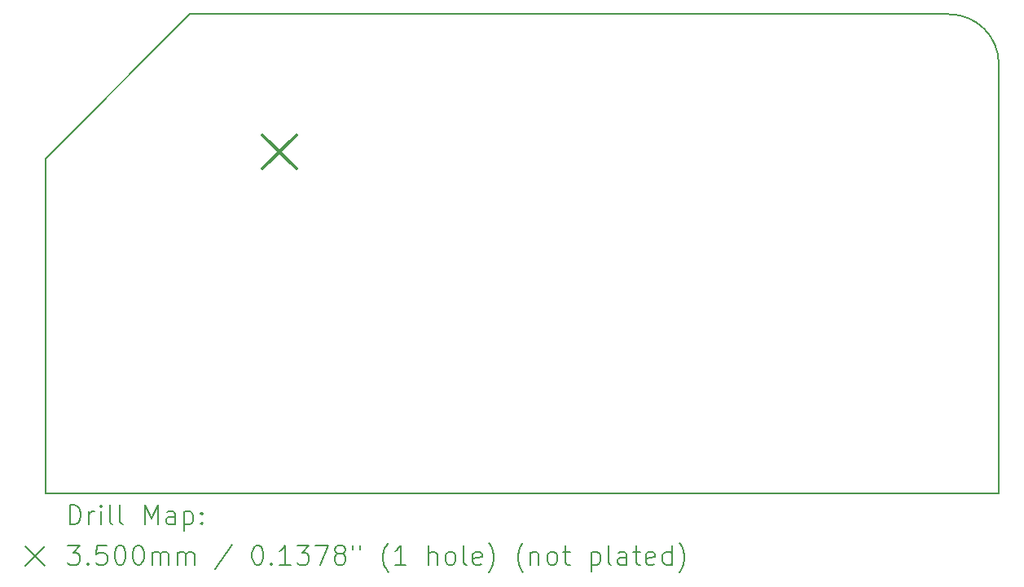
<source format=gbr>
%TF.GenerationSoftware,KiCad,Pcbnew,7.0.11+dfsg-1build4*%
%TF.CreationDate,2025-06-10T17:17:53-04:00*%
%TF.ProjectId,comm-interface,636f6d6d-2d69-46e7-9465-72666163652e,rev?*%
%TF.SameCoordinates,Original*%
%TF.FileFunction,Drillmap*%
%TF.FilePolarity,Positive*%
%FSLAX45Y45*%
G04 Gerber Fmt 4.5, Leading zero omitted, Abs format (unit mm)*
G04 Created by KiCad (PCBNEW 7.0.11+dfsg-1build4) date 2025-06-10 17:17:53*
%MOMM*%
%LPD*%
G01*
G04 APERTURE LIST*
%ADD10C,0.150000*%
%ADD11C,0.200000*%
%ADD12C,0.350000*%
G04 APERTURE END LIST*
D10*
X10000000Y-6515120D02*
X10000000Y-10000000D01*
X19909980Y-5531980D02*
G75*
G03*
X19391980Y-5013980I-518000J0D01*
G01*
X19910140Y-5531980D02*
X19910140Y-10000000D01*
X19391980Y-5013980D02*
X11501140Y-5013980D01*
X10000000Y-10000000D02*
X19910140Y-10000000D01*
X11501140Y-5013980D02*
X10000000Y-6515120D01*
D11*
D12*
X12259000Y-6271000D02*
X12609000Y-6621000D01*
X12609000Y-6271000D02*
X12259000Y-6621000D01*
D11*
X10253277Y-10318984D02*
X10253277Y-10118984D01*
X10253277Y-10118984D02*
X10300896Y-10118984D01*
X10300896Y-10118984D02*
X10329467Y-10128508D01*
X10329467Y-10128508D02*
X10348515Y-10147555D01*
X10348515Y-10147555D02*
X10358039Y-10166603D01*
X10358039Y-10166603D02*
X10367563Y-10204698D01*
X10367563Y-10204698D02*
X10367563Y-10233270D01*
X10367563Y-10233270D02*
X10358039Y-10271365D01*
X10358039Y-10271365D02*
X10348515Y-10290412D01*
X10348515Y-10290412D02*
X10329467Y-10309460D01*
X10329467Y-10309460D02*
X10300896Y-10318984D01*
X10300896Y-10318984D02*
X10253277Y-10318984D01*
X10453277Y-10318984D02*
X10453277Y-10185650D01*
X10453277Y-10223746D02*
X10462801Y-10204698D01*
X10462801Y-10204698D02*
X10472324Y-10195174D01*
X10472324Y-10195174D02*
X10491372Y-10185650D01*
X10491372Y-10185650D02*
X10510420Y-10185650D01*
X10577086Y-10318984D02*
X10577086Y-10185650D01*
X10577086Y-10118984D02*
X10567563Y-10128508D01*
X10567563Y-10128508D02*
X10577086Y-10138031D01*
X10577086Y-10138031D02*
X10586610Y-10128508D01*
X10586610Y-10128508D02*
X10577086Y-10118984D01*
X10577086Y-10118984D02*
X10577086Y-10138031D01*
X10700896Y-10318984D02*
X10681848Y-10309460D01*
X10681848Y-10309460D02*
X10672324Y-10290412D01*
X10672324Y-10290412D02*
X10672324Y-10118984D01*
X10805658Y-10318984D02*
X10786610Y-10309460D01*
X10786610Y-10309460D02*
X10777086Y-10290412D01*
X10777086Y-10290412D02*
X10777086Y-10118984D01*
X11034229Y-10318984D02*
X11034229Y-10118984D01*
X11034229Y-10118984D02*
X11100896Y-10261841D01*
X11100896Y-10261841D02*
X11167563Y-10118984D01*
X11167563Y-10118984D02*
X11167563Y-10318984D01*
X11348515Y-10318984D02*
X11348515Y-10214222D01*
X11348515Y-10214222D02*
X11338991Y-10195174D01*
X11338991Y-10195174D02*
X11319943Y-10185650D01*
X11319943Y-10185650D02*
X11281848Y-10185650D01*
X11281848Y-10185650D02*
X11262801Y-10195174D01*
X11348515Y-10309460D02*
X11329467Y-10318984D01*
X11329467Y-10318984D02*
X11281848Y-10318984D01*
X11281848Y-10318984D02*
X11262801Y-10309460D01*
X11262801Y-10309460D02*
X11253277Y-10290412D01*
X11253277Y-10290412D02*
X11253277Y-10271365D01*
X11253277Y-10271365D02*
X11262801Y-10252317D01*
X11262801Y-10252317D02*
X11281848Y-10242793D01*
X11281848Y-10242793D02*
X11329467Y-10242793D01*
X11329467Y-10242793D02*
X11348515Y-10233270D01*
X11443753Y-10185650D02*
X11443753Y-10385650D01*
X11443753Y-10195174D02*
X11462801Y-10185650D01*
X11462801Y-10185650D02*
X11500896Y-10185650D01*
X11500896Y-10185650D02*
X11519943Y-10195174D01*
X11519943Y-10195174D02*
X11529467Y-10204698D01*
X11529467Y-10204698D02*
X11538991Y-10223746D01*
X11538991Y-10223746D02*
X11538991Y-10280889D01*
X11538991Y-10280889D02*
X11529467Y-10299936D01*
X11529467Y-10299936D02*
X11519943Y-10309460D01*
X11519943Y-10309460D02*
X11500896Y-10318984D01*
X11500896Y-10318984D02*
X11462801Y-10318984D01*
X11462801Y-10318984D02*
X11443753Y-10309460D01*
X11624705Y-10299936D02*
X11634229Y-10309460D01*
X11634229Y-10309460D02*
X11624705Y-10318984D01*
X11624705Y-10318984D02*
X11615182Y-10309460D01*
X11615182Y-10309460D02*
X11624705Y-10299936D01*
X11624705Y-10299936D02*
X11624705Y-10318984D01*
X11624705Y-10195174D02*
X11634229Y-10204698D01*
X11634229Y-10204698D02*
X11624705Y-10214222D01*
X11624705Y-10214222D02*
X11615182Y-10204698D01*
X11615182Y-10204698D02*
X11624705Y-10195174D01*
X11624705Y-10195174D02*
X11624705Y-10214222D01*
X9792500Y-10547500D02*
X9992500Y-10747500D01*
X9992500Y-10547500D02*
X9792500Y-10747500D01*
X10234229Y-10538984D02*
X10358039Y-10538984D01*
X10358039Y-10538984D02*
X10291372Y-10615174D01*
X10291372Y-10615174D02*
X10319944Y-10615174D01*
X10319944Y-10615174D02*
X10338991Y-10624698D01*
X10338991Y-10624698D02*
X10348515Y-10634222D01*
X10348515Y-10634222D02*
X10358039Y-10653270D01*
X10358039Y-10653270D02*
X10358039Y-10700889D01*
X10358039Y-10700889D02*
X10348515Y-10719936D01*
X10348515Y-10719936D02*
X10338991Y-10729460D01*
X10338991Y-10729460D02*
X10319944Y-10738984D01*
X10319944Y-10738984D02*
X10262801Y-10738984D01*
X10262801Y-10738984D02*
X10243753Y-10729460D01*
X10243753Y-10729460D02*
X10234229Y-10719936D01*
X10443753Y-10719936D02*
X10453277Y-10729460D01*
X10453277Y-10729460D02*
X10443753Y-10738984D01*
X10443753Y-10738984D02*
X10434229Y-10729460D01*
X10434229Y-10729460D02*
X10443753Y-10719936D01*
X10443753Y-10719936D02*
X10443753Y-10738984D01*
X10634229Y-10538984D02*
X10538991Y-10538984D01*
X10538991Y-10538984D02*
X10529467Y-10634222D01*
X10529467Y-10634222D02*
X10538991Y-10624698D01*
X10538991Y-10624698D02*
X10558039Y-10615174D01*
X10558039Y-10615174D02*
X10605658Y-10615174D01*
X10605658Y-10615174D02*
X10624705Y-10624698D01*
X10624705Y-10624698D02*
X10634229Y-10634222D01*
X10634229Y-10634222D02*
X10643753Y-10653270D01*
X10643753Y-10653270D02*
X10643753Y-10700889D01*
X10643753Y-10700889D02*
X10634229Y-10719936D01*
X10634229Y-10719936D02*
X10624705Y-10729460D01*
X10624705Y-10729460D02*
X10605658Y-10738984D01*
X10605658Y-10738984D02*
X10558039Y-10738984D01*
X10558039Y-10738984D02*
X10538991Y-10729460D01*
X10538991Y-10729460D02*
X10529467Y-10719936D01*
X10767563Y-10538984D02*
X10786610Y-10538984D01*
X10786610Y-10538984D02*
X10805658Y-10548508D01*
X10805658Y-10548508D02*
X10815182Y-10558031D01*
X10815182Y-10558031D02*
X10824705Y-10577079D01*
X10824705Y-10577079D02*
X10834229Y-10615174D01*
X10834229Y-10615174D02*
X10834229Y-10662793D01*
X10834229Y-10662793D02*
X10824705Y-10700889D01*
X10824705Y-10700889D02*
X10815182Y-10719936D01*
X10815182Y-10719936D02*
X10805658Y-10729460D01*
X10805658Y-10729460D02*
X10786610Y-10738984D01*
X10786610Y-10738984D02*
X10767563Y-10738984D01*
X10767563Y-10738984D02*
X10748515Y-10729460D01*
X10748515Y-10729460D02*
X10738991Y-10719936D01*
X10738991Y-10719936D02*
X10729467Y-10700889D01*
X10729467Y-10700889D02*
X10719944Y-10662793D01*
X10719944Y-10662793D02*
X10719944Y-10615174D01*
X10719944Y-10615174D02*
X10729467Y-10577079D01*
X10729467Y-10577079D02*
X10738991Y-10558031D01*
X10738991Y-10558031D02*
X10748515Y-10548508D01*
X10748515Y-10548508D02*
X10767563Y-10538984D01*
X10958039Y-10538984D02*
X10977086Y-10538984D01*
X10977086Y-10538984D02*
X10996134Y-10548508D01*
X10996134Y-10548508D02*
X11005658Y-10558031D01*
X11005658Y-10558031D02*
X11015182Y-10577079D01*
X11015182Y-10577079D02*
X11024705Y-10615174D01*
X11024705Y-10615174D02*
X11024705Y-10662793D01*
X11024705Y-10662793D02*
X11015182Y-10700889D01*
X11015182Y-10700889D02*
X11005658Y-10719936D01*
X11005658Y-10719936D02*
X10996134Y-10729460D01*
X10996134Y-10729460D02*
X10977086Y-10738984D01*
X10977086Y-10738984D02*
X10958039Y-10738984D01*
X10958039Y-10738984D02*
X10938991Y-10729460D01*
X10938991Y-10729460D02*
X10929467Y-10719936D01*
X10929467Y-10719936D02*
X10919944Y-10700889D01*
X10919944Y-10700889D02*
X10910420Y-10662793D01*
X10910420Y-10662793D02*
X10910420Y-10615174D01*
X10910420Y-10615174D02*
X10919944Y-10577079D01*
X10919944Y-10577079D02*
X10929467Y-10558031D01*
X10929467Y-10558031D02*
X10938991Y-10548508D01*
X10938991Y-10548508D02*
X10958039Y-10538984D01*
X11110420Y-10738984D02*
X11110420Y-10605650D01*
X11110420Y-10624698D02*
X11119944Y-10615174D01*
X11119944Y-10615174D02*
X11138991Y-10605650D01*
X11138991Y-10605650D02*
X11167563Y-10605650D01*
X11167563Y-10605650D02*
X11186610Y-10615174D01*
X11186610Y-10615174D02*
X11196134Y-10634222D01*
X11196134Y-10634222D02*
X11196134Y-10738984D01*
X11196134Y-10634222D02*
X11205658Y-10615174D01*
X11205658Y-10615174D02*
X11224705Y-10605650D01*
X11224705Y-10605650D02*
X11253277Y-10605650D01*
X11253277Y-10605650D02*
X11272324Y-10615174D01*
X11272324Y-10615174D02*
X11281848Y-10634222D01*
X11281848Y-10634222D02*
X11281848Y-10738984D01*
X11377086Y-10738984D02*
X11377086Y-10605650D01*
X11377086Y-10624698D02*
X11386610Y-10615174D01*
X11386610Y-10615174D02*
X11405658Y-10605650D01*
X11405658Y-10605650D02*
X11434229Y-10605650D01*
X11434229Y-10605650D02*
X11453277Y-10615174D01*
X11453277Y-10615174D02*
X11462801Y-10634222D01*
X11462801Y-10634222D02*
X11462801Y-10738984D01*
X11462801Y-10634222D02*
X11472324Y-10615174D01*
X11472324Y-10615174D02*
X11491372Y-10605650D01*
X11491372Y-10605650D02*
X11519943Y-10605650D01*
X11519943Y-10605650D02*
X11538991Y-10615174D01*
X11538991Y-10615174D02*
X11548515Y-10634222D01*
X11548515Y-10634222D02*
X11548515Y-10738984D01*
X11938991Y-10529460D02*
X11767563Y-10786603D01*
X12196134Y-10538984D02*
X12215182Y-10538984D01*
X12215182Y-10538984D02*
X12234229Y-10548508D01*
X12234229Y-10548508D02*
X12243753Y-10558031D01*
X12243753Y-10558031D02*
X12253277Y-10577079D01*
X12253277Y-10577079D02*
X12262801Y-10615174D01*
X12262801Y-10615174D02*
X12262801Y-10662793D01*
X12262801Y-10662793D02*
X12253277Y-10700889D01*
X12253277Y-10700889D02*
X12243753Y-10719936D01*
X12243753Y-10719936D02*
X12234229Y-10729460D01*
X12234229Y-10729460D02*
X12215182Y-10738984D01*
X12215182Y-10738984D02*
X12196134Y-10738984D01*
X12196134Y-10738984D02*
X12177086Y-10729460D01*
X12177086Y-10729460D02*
X12167563Y-10719936D01*
X12167563Y-10719936D02*
X12158039Y-10700889D01*
X12158039Y-10700889D02*
X12148515Y-10662793D01*
X12148515Y-10662793D02*
X12148515Y-10615174D01*
X12148515Y-10615174D02*
X12158039Y-10577079D01*
X12158039Y-10577079D02*
X12167563Y-10558031D01*
X12167563Y-10558031D02*
X12177086Y-10548508D01*
X12177086Y-10548508D02*
X12196134Y-10538984D01*
X12348515Y-10719936D02*
X12358039Y-10729460D01*
X12358039Y-10729460D02*
X12348515Y-10738984D01*
X12348515Y-10738984D02*
X12338991Y-10729460D01*
X12338991Y-10729460D02*
X12348515Y-10719936D01*
X12348515Y-10719936D02*
X12348515Y-10738984D01*
X12548515Y-10738984D02*
X12434229Y-10738984D01*
X12491372Y-10738984D02*
X12491372Y-10538984D01*
X12491372Y-10538984D02*
X12472325Y-10567555D01*
X12472325Y-10567555D02*
X12453277Y-10586603D01*
X12453277Y-10586603D02*
X12434229Y-10596127D01*
X12615182Y-10538984D02*
X12738991Y-10538984D01*
X12738991Y-10538984D02*
X12672325Y-10615174D01*
X12672325Y-10615174D02*
X12700896Y-10615174D01*
X12700896Y-10615174D02*
X12719944Y-10624698D01*
X12719944Y-10624698D02*
X12729467Y-10634222D01*
X12729467Y-10634222D02*
X12738991Y-10653270D01*
X12738991Y-10653270D02*
X12738991Y-10700889D01*
X12738991Y-10700889D02*
X12729467Y-10719936D01*
X12729467Y-10719936D02*
X12719944Y-10729460D01*
X12719944Y-10729460D02*
X12700896Y-10738984D01*
X12700896Y-10738984D02*
X12643753Y-10738984D01*
X12643753Y-10738984D02*
X12624706Y-10729460D01*
X12624706Y-10729460D02*
X12615182Y-10719936D01*
X12805658Y-10538984D02*
X12938991Y-10538984D01*
X12938991Y-10538984D02*
X12853277Y-10738984D01*
X13043753Y-10624698D02*
X13024706Y-10615174D01*
X13024706Y-10615174D02*
X13015182Y-10605650D01*
X13015182Y-10605650D02*
X13005658Y-10586603D01*
X13005658Y-10586603D02*
X13005658Y-10577079D01*
X13005658Y-10577079D02*
X13015182Y-10558031D01*
X13015182Y-10558031D02*
X13024706Y-10548508D01*
X13024706Y-10548508D02*
X13043753Y-10538984D01*
X13043753Y-10538984D02*
X13081848Y-10538984D01*
X13081848Y-10538984D02*
X13100896Y-10548508D01*
X13100896Y-10548508D02*
X13110420Y-10558031D01*
X13110420Y-10558031D02*
X13119944Y-10577079D01*
X13119944Y-10577079D02*
X13119944Y-10586603D01*
X13119944Y-10586603D02*
X13110420Y-10605650D01*
X13110420Y-10605650D02*
X13100896Y-10615174D01*
X13100896Y-10615174D02*
X13081848Y-10624698D01*
X13081848Y-10624698D02*
X13043753Y-10624698D01*
X13043753Y-10624698D02*
X13024706Y-10634222D01*
X13024706Y-10634222D02*
X13015182Y-10643746D01*
X13015182Y-10643746D02*
X13005658Y-10662793D01*
X13005658Y-10662793D02*
X13005658Y-10700889D01*
X13005658Y-10700889D02*
X13015182Y-10719936D01*
X13015182Y-10719936D02*
X13024706Y-10729460D01*
X13024706Y-10729460D02*
X13043753Y-10738984D01*
X13043753Y-10738984D02*
X13081848Y-10738984D01*
X13081848Y-10738984D02*
X13100896Y-10729460D01*
X13100896Y-10729460D02*
X13110420Y-10719936D01*
X13110420Y-10719936D02*
X13119944Y-10700889D01*
X13119944Y-10700889D02*
X13119944Y-10662793D01*
X13119944Y-10662793D02*
X13110420Y-10643746D01*
X13110420Y-10643746D02*
X13100896Y-10634222D01*
X13100896Y-10634222D02*
X13081848Y-10624698D01*
X13196134Y-10538984D02*
X13196134Y-10577079D01*
X13272325Y-10538984D02*
X13272325Y-10577079D01*
X13567563Y-10815174D02*
X13558039Y-10805650D01*
X13558039Y-10805650D02*
X13538991Y-10777079D01*
X13538991Y-10777079D02*
X13529468Y-10758031D01*
X13529468Y-10758031D02*
X13519944Y-10729460D01*
X13519944Y-10729460D02*
X13510420Y-10681841D01*
X13510420Y-10681841D02*
X13510420Y-10643746D01*
X13510420Y-10643746D02*
X13519944Y-10596127D01*
X13519944Y-10596127D02*
X13529468Y-10567555D01*
X13529468Y-10567555D02*
X13538991Y-10548508D01*
X13538991Y-10548508D02*
X13558039Y-10519936D01*
X13558039Y-10519936D02*
X13567563Y-10510412D01*
X13748515Y-10738984D02*
X13634229Y-10738984D01*
X13691372Y-10738984D02*
X13691372Y-10538984D01*
X13691372Y-10538984D02*
X13672325Y-10567555D01*
X13672325Y-10567555D02*
X13653277Y-10586603D01*
X13653277Y-10586603D02*
X13634229Y-10596127D01*
X13986610Y-10738984D02*
X13986610Y-10538984D01*
X14072325Y-10738984D02*
X14072325Y-10634222D01*
X14072325Y-10634222D02*
X14062801Y-10615174D01*
X14062801Y-10615174D02*
X14043753Y-10605650D01*
X14043753Y-10605650D02*
X14015182Y-10605650D01*
X14015182Y-10605650D02*
X13996134Y-10615174D01*
X13996134Y-10615174D02*
X13986610Y-10624698D01*
X14196134Y-10738984D02*
X14177087Y-10729460D01*
X14177087Y-10729460D02*
X14167563Y-10719936D01*
X14167563Y-10719936D02*
X14158039Y-10700889D01*
X14158039Y-10700889D02*
X14158039Y-10643746D01*
X14158039Y-10643746D02*
X14167563Y-10624698D01*
X14167563Y-10624698D02*
X14177087Y-10615174D01*
X14177087Y-10615174D02*
X14196134Y-10605650D01*
X14196134Y-10605650D02*
X14224706Y-10605650D01*
X14224706Y-10605650D02*
X14243753Y-10615174D01*
X14243753Y-10615174D02*
X14253277Y-10624698D01*
X14253277Y-10624698D02*
X14262801Y-10643746D01*
X14262801Y-10643746D02*
X14262801Y-10700889D01*
X14262801Y-10700889D02*
X14253277Y-10719936D01*
X14253277Y-10719936D02*
X14243753Y-10729460D01*
X14243753Y-10729460D02*
X14224706Y-10738984D01*
X14224706Y-10738984D02*
X14196134Y-10738984D01*
X14377087Y-10738984D02*
X14358039Y-10729460D01*
X14358039Y-10729460D02*
X14348515Y-10710412D01*
X14348515Y-10710412D02*
X14348515Y-10538984D01*
X14529468Y-10729460D02*
X14510420Y-10738984D01*
X14510420Y-10738984D02*
X14472325Y-10738984D01*
X14472325Y-10738984D02*
X14453277Y-10729460D01*
X14453277Y-10729460D02*
X14443753Y-10710412D01*
X14443753Y-10710412D02*
X14443753Y-10634222D01*
X14443753Y-10634222D02*
X14453277Y-10615174D01*
X14453277Y-10615174D02*
X14472325Y-10605650D01*
X14472325Y-10605650D02*
X14510420Y-10605650D01*
X14510420Y-10605650D02*
X14529468Y-10615174D01*
X14529468Y-10615174D02*
X14538991Y-10634222D01*
X14538991Y-10634222D02*
X14538991Y-10653270D01*
X14538991Y-10653270D02*
X14443753Y-10672317D01*
X14605658Y-10815174D02*
X14615182Y-10805650D01*
X14615182Y-10805650D02*
X14634230Y-10777079D01*
X14634230Y-10777079D02*
X14643753Y-10758031D01*
X14643753Y-10758031D02*
X14653277Y-10729460D01*
X14653277Y-10729460D02*
X14662801Y-10681841D01*
X14662801Y-10681841D02*
X14662801Y-10643746D01*
X14662801Y-10643746D02*
X14653277Y-10596127D01*
X14653277Y-10596127D02*
X14643753Y-10567555D01*
X14643753Y-10567555D02*
X14634230Y-10548508D01*
X14634230Y-10548508D02*
X14615182Y-10519936D01*
X14615182Y-10519936D02*
X14605658Y-10510412D01*
X14967563Y-10815174D02*
X14958039Y-10805650D01*
X14958039Y-10805650D02*
X14938991Y-10777079D01*
X14938991Y-10777079D02*
X14929468Y-10758031D01*
X14929468Y-10758031D02*
X14919944Y-10729460D01*
X14919944Y-10729460D02*
X14910420Y-10681841D01*
X14910420Y-10681841D02*
X14910420Y-10643746D01*
X14910420Y-10643746D02*
X14919944Y-10596127D01*
X14919944Y-10596127D02*
X14929468Y-10567555D01*
X14929468Y-10567555D02*
X14938991Y-10548508D01*
X14938991Y-10548508D02*
X14958039Y-10519936D01*
X14958039Y-10519936D02*
X14967563Y-10510412D01*
X15043753Y-10605650D02*
X15043753Y-10738984D01*
X15043753Y-10624698D02*
X15053277Y-10615174D01*
X15053277Y-10615174D02*
X15072325Y-10605650D01*
X15072325Y-10605650D02*
X15100896Y-10605650D01*
X15100896Y-10605650D02*
X15119944Y-10615174D01*
X15119944Y-10615174D02*
X15129468Y-10634222D01*
X15129468Y-10634222D02*
X15129468Y-10738984D01*
X15253277Y-10738984D02*
X15234230Y-10729460D01*
X15234230Y-10729460D02*
X15224706Y-10719936D01*
X15224706Y-10719936D02*
X15215182Y-10700889D01*
X15215182Y-10700889D02*
X15215182Y-10643746D01*
X15215182Y-10643746D02*
X15224706Y-10624698D01*
X15224706Y-10624698D02*
X15234230Y-10615174D01*
X15234230Y-10615174D02*
X15253277Y-10605650D01*
X15253277Y-10605650D02*
X15281849Y-10605650D01*
X15281849Y-10605650D02*
X15300896Y-10615174D01*
X15300896Y-10615174D02*
X15310420Y-10624698D01*
X15310420Y-10624698D02*
X15319944Y-10643746D01*
X15319944Y-10643746D02*
X15319944Y-10700889D01*
X15319944Y-10700889D02*
X15310420Y-10719936D01*
X15310420Y-10719936D02*
X15300896Y-10729460D01*
X15300896Y-10729460D02*
X15281849Y-10738984D01*
X15281849Y-10738984D02*
X15253277Y-10738984D01*
X15377087Y-10605650D02*
X15453277Y-10605650D01*
X15405658Y-10538984D02*
X15405658Y-10710412D01*
X15405658Y-10710412D02*
X15415182Y-10729460D01*
X15415182Y-10729460D02*
X15434230Y-10738984D01*
X15434230Y-10738984D02*
X15453277Y-10738984D01*
X15672325Y-10605650D02*
X15672325Y-10805650D01*
X15672325Y-10615174D02*
X15691372Y-10605650D01*
X15691372Y-10605650D02*
X15729468Y-10605650D01*
X15729468Y-10605650D02*
X15748515Y-10615174D01*
X15748515Y-10615174D02*
X15758039Y-10624698D01*
X15758039Y-10624698D02*
X15767563Y-10643746D01*
X15767563Y-10643746D02*
X15767563Y-10700889D01*
X15767563Y-10700889D02*
X15758039Y-10719936D01*
X15758039Y-10719936D02*
X15748515Y-10729460D01*
X15748515Y-10729460D02*
X15729468Y-10738984D01*
X15729468Y-10738984D02*
X15691372Y-10738984D01*
X15691372Y-10738984D02*
X15672325Y-10729460D01*
X15881849Y-10738984D02*
X15862801Y-10729460D01*
X15862801Y-10729460D02*
X15853277Y-10710412D01*
X15853277Y-10710412D02*
X15853277Y-10538984D01*
X16043753Y-10738984D02*
X16043753Y-10634222D01*
X16043753Y-10634222D02*
X16034230Y-10615174D01*
X16034230Y-10615174D02*
X16015182Y-10605650D01*
X16015182Y-10605650D02*
X15977087Y-10605650D01*
X15977087Y-10605650D02*
X15958039Y-10615174D01*
X16043753Y-10729460D02*
X16024706Y-10738984D01*
X16024706Y-10738984D02*
X15977087Y-10738984D01*
X15977087Y-10738984D02*
X15958039Y-10729460D01*
X15958039Y-10729460D02*
X15948515Y-10710412D01*
X15948515Y-10710412D02*
X15948515Y-10691365D01*
X15948515Y-10691365D02*
X15958039Y-10672317D01*
X15958039Y-10672317D02*
X15977087Y-10662793D01*
X15977087Y-10662793D02*
X16024706Y-10662793D01*
X16024706Y-10662793D02*
X16043753Y-10653270D01*
X16110420Y-10605650D02*
X16186611Y-10605650D01*
X16138992Y-10538984D02*
X16138992Y-10710412D01*
X16138992Y-10710412D02*
X16148515Y-10729460D01*
X16148515Y-10729460D02*
X16167563Y-10738984D01*
X16167563Y-10738984D02*
X16186611Y-10738984D01*
X16329468Y-10729460D02*
X16310420Y-10738984D01*
X16310420Y-10738984D02*
X16272325Y-10738984D01*
X16272325Y-10738984D02*
X16253277Y-10729460D01*
X16253277Y-10729460D02*
X16243753Y-10710412D01*
X16243753Y-10710412D02*
X16243753Y-10634222D01*
X16243753Y-10634222D02*
X16253277Y-10615174D01*
X16253277Y-10615174D02*
X16272325Y-10605650D01*
X16272325Y-10605650D02*
X16310420Y-10605650D01*
X16310420Y-10605650D02*
X16329468Y-10615174D01*
X16329468Y-10615174D02*
X16338992Y-10634222D01*
X16338992Y-10634222D02*
X16338992Y-10653270D01*
X16338992Y-10653270D02*
X16243753Y-10672317D01*
X16510420Y-10738984D02*
X16510420Y-10538984D01*
X16510420Y-10729460D02*
X16491373Y-10738984D01*
X16491373Y-10738984D02*
X16453277Y-10738984D01*
X16453277Y-10738984D02*
X16434230Y-10729460D01*
X16434230Y-10729460D02*
X16424706Y-10719936D01*
X16424706Y-10719936D02*
X16415182Y-10700889D01*
X16415182Y-10700889D02*
X16415182Y-10643746D01*
X16415182Y-10643746D02*
X16424706Y-10624698D01*
X16424706Y-10624698D02*
X16434230Y-10615174D01*
X16434230Y-10615174D02*
X16453277Y-10605650D01*
X16453277Y-10605650D02*
X16491373Y-10605650D01*
X16491373Y-10605650D02*
X16510420Y-10615174D01*
X16586611Y-10815174D02*
X16596134Y-10805650D01*
X16596134Y-10805650D02*
X16615182Y-10777079D01*
X16615182Y-10777079D02*
X16624706Y-10758031D01*
X16624706Y-10758031D02*
X16634230Y-10729460D01*
X16634230Y-10729460D02*
X16643753Y-10681841D01*
X16643753Y-10681841D02*
X16643753Y-10643746D01*
X16643753Y-10643746D02*
X16634230Y-10596127D01*
X16634230Y-10596127D02*
X16624706Y-10567555D01*
X16624706Y-10567555D02*
X16615182Y-10548508D01*
X16615182Y-10548508D02*
X16596134Y-10519936D01*
X16596134Y-10519936D02*
X16586611Y-10510412D01*
M02*

</source>
